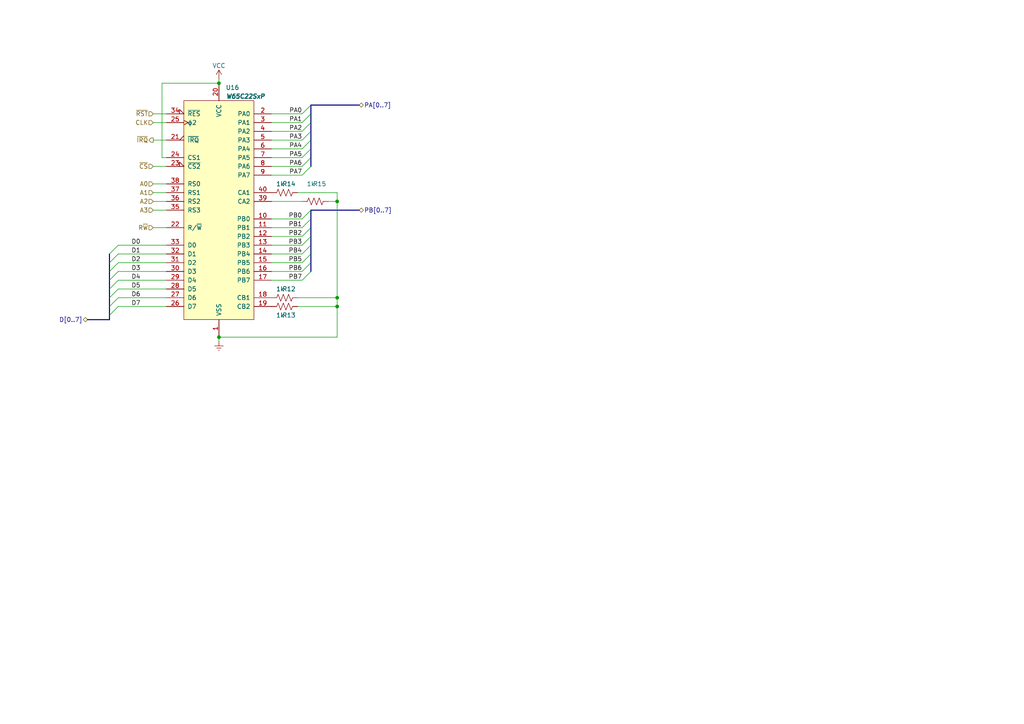
<source format=kicad_sch>
(kicad_sch (version 20230121) (generator eeschema)
  (paper "A4")
  (lib_symbols
    (symbol "65xx:W65C22SxP" (pin_names (offset 1.016))
      (property "Reference" "U" (at -10.16 33.02 0))
      (property "Value" "W65C22SxP" (at 0 0 90))
      (symbol "W65C22SxP_0_1"
        (rectangle (start -10.16 31.75) (end 10.16 -31.75) (fill (type background)))
      )
      (symbol "W65C22SxP_1_1"
        (pin power_in line (at 0 -36.83 90) (length 5.08) (name "VSS") (number "1"))
        (pin bidirectional line (at 15.24 -2.54 180) (length 5.08) (name "PB0") (number "10"))
        (pin bidirectional line (at 15.24 -5.08 180) (length 5.08) (name "PB1") (number "11"))
        (pin bidirectional line (at 15.24 -7.62 180) (length 5.08) (name "PB2") (number "12"))
        (pin bidirectional line (at 15.24 -10.16 180) (length 5.08) (name "PB3") (number "13"))
        (pin bidirectional line (at 15.24 -12.7 180) (length 5.08) (name "PB4") (number "14"))
        (pin bidirectional line (at 15.24 -15.24 180) (length 5.08) (name "PB5") (number "15"))
        (pin bidirectional line (at 15.24 -17.78 180) (length 5.08) (name "PB6") (number "16"))
        (pin bidirectional line (at 15.24 -20.32 180) (length 5.08) (name "PB7") (number "17"))
        (pin input line (at 15.24 -25.4 180) (length 5.08) (name "CB1") (number "18"))
        (pin bidirectional line (at 15.24 -27.94 180) (length 5.08) (name "CB2") (number "19"))
        (pin bidirectional line (at 15.24 27.94 180) (length 5.08) (name "PA0") (number "2"))
        (pin power_in line (at 0 36.83 270) (length 5.08) (name "VCC") (number "20"))
        (pin output output_low (at -15.24 20.32 0) (length 5.08) (name "~{IRQ}") (number "21"))
        (pin input line (at -15.24 -5.08 0) (length 5.08) (name "R/~{W}") (number "22"))
        (pin input input_low (at -15.24 12.7 0) (length 5.08) (name "~{CS2}") (number "23"))
        (pin input line (at -15.24 15.24 0) (length 5.08) (name "CS1") (number "24"))
        (pin input clock (at -15.24 25.4 0) (length 5.08) (name "ϕ2") (number "25"))
        (pin bidirectional line (at -15.24 -27.94 0) (length 5.08) (name "D7") (number "26"))
        (pin bidirectional line (at -15.24 -25.4 0) (length 5.08) (name "D6") (number "27"))
        (pin bidirectional line (at -15.24 -22.86 0) (length 5.08) (name "D5") (number "28"))
        (pin bidirectional line (at -15.24 -20.32 0) (length 5.08) (name "D4") (number "29"))
        (pin bidirectional line (at 15.24 25.4 180) (length 5.08) (name "PA1") (number "3"))
        (pin bidirectional line (at -15.24 -17.78 0) (length 5.08) (name "D3") (number "30"))
        (pin bidirectional line (at -15.24 -15.24 0) (length 5.08) (name "D2") (number "31"))
        (pin bidirectional line (at -15.24 -12.7 0) (length 5.08) (name "D1") (number "32"))
        (pin bidirectional line (at -15.24 -10.16 0) (length 5.08) (name "D0") (number "33"))
        (pin input input_low (at -15.24 27.94 0) (length 5.08) (name "~{RES}") (number "34"))
        (pin input line (at -15.24 0 0) (length 5.08) (name "RS3") (number "35"))
        (pin input line (at -15.24 2.54 0) (length 5.08) (name "RS2") (number "36"))
        (pin input line (at -15.24 5.08 0) (length 5.08) (name "RS1") (number "37"))
        (pin input line (at -15.24 7.62 0) (length 5.08) (name "RS0") (number "38"))
        (pin bidirectional line (at 15.24 2.54 180) (length 5.08) (name "CA2") (number "39"))
        (pin bidirectional line (at 15.24 22.86 180) (length 5.08) (name "PA2") (number "4"))
        (pin input line (at 15.24 5.08 180) (length 5.08) (name "CA1") (number "40"))
        (pin bidirectional line (at 15.24 20.32 180) (length 5.08) (name "PA3") (number "5"))
        (pin bidirectional line (at 15.24 17.78 180) (length 5.08) (name "PA4") (number "6"))
        (pin bidirectional line (at 15.24 15.24 180) (length 5.08) (name "PA5") (number "7"))
        (pin bidirectional line (at 15.24 12.7 180) (length 5.08) (name "PA6") (number "8"))
        (pin bidirectional line (at 15.24 10.16 180) (length 5.08) (name "PA7") (number "9"))
      )
    )
    (symbol "Device:R_US" (pin_numbers hide) (pin_names (offset 0))
      (property "Reference" "R" (at 2.54 0 90))
      (property "Value" "R_US" (at -2.54 0 90))
      (symbol "R_US_0_1"
        (polyline (pts (xy 0 -2.286) (xy 0 -2.54)))
        (polyline (pts (xy 0 2.286) (xy 0 2.54)))
        (polyline (pts (xy 0 -0.762) (xy 1.016 -1.143) (xy 0 -1.524) (xy -1.016 -1.905) (xy 0 -2.286)))
        (polyline (pts (xy 0 0.762) (xy 1.016 0.381) (xy 0 0) (xy -1.016 -0.381) (xy 0 -0.762)))
        (polyline (pts (xy 0 2.286) (xy 1.016 1.905) (xy 0 1.524) (xy -1.016 1.143) (xy 0 0.762)))
      )
      (symbol "R_US_1_1"
        (pin passive line (at 0 3.81 270) (length 1.27) (name "~") (number "1"))
        (pin passive line (at 0 -3.81 90) (length 1.27) (name "~") (number "2"))
      )
    )
    (symbol "power:Earth" (power) (pin_names (offset 0))
      (symbol "Earth_0_1"
        (polyline (pts (xy -0.635 -1.905) (xy 0.635 -1.905)))
        (polyline (pts (xy -0.127 -2.54) (xy 0.127 -2.54)))
        (polyline (pts (xy 0 -1.27) (xy 0 0)))
        (polyline (pts (xy 1.27 -1.27) (xy -1.27 -1.27)))
      )
      (symbol "Earth_1_1"
        (pin power_in line (at 0 0 270) (length 0) hide (name "Earth") (number "1"))
      )
    )
    (symbol "power:VCC" (power) (pin_names (offset 0))
      (property "Value" "VCC" (at 0 3.81 0))
      (symbol "VCC_0_1"
        (polyline (pts (xy -0.762 1.27) (xy 0 2.54)))
        (polyline (pts (xy 0 0) (xy 0 2.54)))
        (polyline (pts (xy 0 2.54) (xy 0.762 1.27)))
      )
      (symbol "VCC_1_1"
        (pin power_in line (at 0 0 90) (length 0) hide (name "VCC") (number "1"))
      )
    )
  )
  (junction (at 97.79 58.42))
  (junction (at 97.79 88.9))
  (junction (at 63.5 24.13))
  (junction (at 63.5 97.79))
  (junction (at 97.79 86.36))
  (bus_entry (at 90.17 43.18) (size -2.54 2.54))
  (bus_entry (at 90.17 40.64) (size -2.54 2.54))
  (bus_entry (at 90.17 48.26) (size -2.54 2.54))
  (bus_entry (at 31.75 76.2) (size 2.54 -2.54))
  (bus_entry (at 31.75 86.36) (size 2.54 -2.54))
  (bus_entry (at 31.75 73.66) (size 2.54 -2.54))
  (bus_entry (at 90.17 45.72) (size -2.54 2.54))
  (bus_entry (at 31.75 78.74) (size 2.54 -2.54))
  (bus_entry (at 31.75 88.9) (size 2.54 -2.54))
  (bus_entry (at 90.17 35.56) (size -2.54 2.54))
  (bus_entry (at 90.17 38.1) (size -2.54 2.54))
  (bus_entry (at 90.17 30.48) (size -2.54 2.54))
  (bus_entry (at 90.17 71.12) (size -2.54 2.54))
  (bus_entry (at 90.17 60.96) (size -2.54 2.54))
  (bus_entry (at 90.17 33.02) (size -2.54 2.54))
  (bus_entry (at 90.17 76.2) (size -2.54 2.54))
  (bus_entry (at 31.75 91.44) (size 2.54 -2.54))
  (bus_entry (at 90.17 68.58) (size -2.54 2.54))
  (bus_entry (at 90.17 66.04) (size -2.54 2.54))
  (bus_entry (at 90.17 78.74) (size -2.54 2.54))
  (bus_entry (at 31.75 81.28) (size 2.54 -2.54))
  (bus_entry (at 90.17 73.66) (size -2.54 2.54))
  (bus_entry (at 90.17 63.5) (size -2.54 2.54))
  (bus_entry (at 31.75 83.82) (size 2.54 -2.54))
  (bus (pts (xy 31.75 91.44) (xy 31.75 92.71)))
  (wire (pts (xy 46.99 24.13) (xy 63.5 24.13)))
  (wire (pts (xy 78.74 81.28) (xy 87.63 81.28)))
  (wire (pts (xy 78.74 50.8) (xy 87.63 50.8)))
  (bus (pts (xy 90.17 63.5) (xy 90.17 66.04)))
  (wire (pts (xy 78.74 66.04) (xy 87.63 66.04)))
  (wire (pts (xy 44.45 60.96) (xy 48.26 60.96)))
  (wire (pts (xy 78.74 71.12) (xy 87.63 71.12)))
  (wire (pts (xy 46.99 45.72) (xy 48.26 45.72)))
  (wire (pts (xy 44.45 40.64) (xy 48.26 40.64)))
  (bus (pts (xy 90.17 33.02) (xy 90.17 35.56)))
  (wire (pts (xy 44.45 48.26) (xy 48.26 48.26)))
  (wire (pts (xy 86.36 88.9) (xy 97.79 88.9)))
  (bus (pts (xy 90.17 38.1) (xy 90.17 40.64)))
  (bus (pts (xy 31.75 78.74) (xy 31.75 81.28)))
  (wire (pts (xy 46.99 24.13) (xy 46.99 45.72)))
  (bus (pts (xy 90.17 35.56) (xy 90.17 38.1)))
  (wire (pts (xy 78.74 68.58) (xy 87.63 68.58)))
  (wire (pts (xy 34.29 83.82) (xy 48.26 83.82)))
  (wire (pts (xy 78.74 35.56) (xy 87.63 35.56)))
  (wire (pts (xy 78.74 38.1) (xy 87.63 38.1)))
  (wire (pts (xy 86.36 55.88) (xy 97.79 55.88)))
  (wire (pts (xy 34.29 86.36) (xy 48.26 86.36)))
  (bus (pts (xy 90.17 71.12) (xy 90.17 73.66)))
  (wire (pts (xy 78.74 63.5) (xy 87.63 63.5)))
  (bus (pts (xy 31.75 73.66) (xy 31.75 76.2)))
  (wire (pts (xy 44.45 35.56) (xy 48.26 35.56)))
  (wire (pts (xy 97.79 88.9) (xy 97.79 97.79)))
  (bus (pts (xy 90.17 66.04) (xy 90.17 68.58)))
  (wire (pts (xy 78.74 40.64) (xy 87.63 40.64)))
  (bus (pts (xy 31.75 81.28) (xy 31.75 83.82)))
  (wire (pts (xy 78.74 76.2) (xy 87.63 76.2)))
  (wire (pts (xy 34.29 73.66) (xy 48.26 73.66)))
  (wire (pts (xy 34.29 88.9) (xy 48.26 88.9)))
  (wire (pts (xy 44.45 33.02) (xy 48.26 33.02)))
  (wire (pts (xy 97.79 86.36) (xy 86.36 86.36)))
  (wire (pts (xy 34.29 71.12) (xy 48.26 71.12)))
  (wire (pts (xy 78.74 73.66) (xy 87.63 73.66)))
  (bus (pts (xy 90.17 68.58) (xy 90.17 71.12)))
  (wire (pts (xy 78.74 33.02) (xy 87.63 33.02)))
  (bus (pts (xy 31.75 88.9) (xy 31.75 91.44)))
  (bus (pts (xy 90.17 73.66) (xy 90.17 76.2)))
  (wire (pts (xy 78.74 45.72) (xy 87.63 45.72)))
  (wire (pts (xy 78.74 78.74) (xy 87.63 78.74)))
  (wire (pts (xy 78.74 48.26) (xy 87.63 48.26)))
  (wire (pts (xy 44.45 66.04) (xy 48.26 66.04)))
  (wire (pts (xy 34.29 78.74) (xy 48.26 78.74)))
  (bus (pts (xy 104.14 60.96) (xy 90.17 60.96)))
  (bus (pts (xy 90.17 60.96) (xy 90.17 63.5)))
  (bus (pts (xy 25.4 92.71) (xy 31.75 92.71)))
  (wire (pts (xy 78.74 43.18) (xy 87.63 43.18)))
  (bus (pts (xy 90.17 30.48) (xy 90.17 33.02)))
  (bus (pts (xy 90.17 45.72) (xy 90.17 48.26)))
  (wire (pts (xy 97.79 97.79) (xy 63.5 97.79)))
  (wire (pts (xy 34.29 76.2) (xy 48.26 76.2)))
  (wire (pts (xy 63.5 24.13) (xy 63.5 22.86)))
  (bus (pts (xy 31.75 86.36) (xy 31.75 88.9)))
  (wire (pts (xy 34.29 81.28) (xy 48.26 81.28)))
  (wire (pts (xy 97.79 86.36) (xy 97.79 88.9)))
  (bus (pts (xy 31.75 83.82) (xy 31.75 86.36)))
  (wire (pts (xy 78.74 58.42) (xy 87.63 58.42)))
  (bus (pts (xy 31.75 76.2) (xy 31.75 78.74)))
  (wire (pts (xy 63.5 99.06) (xy 63.5 97.79)))
  (bus (pts (xy 90.17 40.64) (xy 90.17 43.18)))
  (bus (pts (xy 90.17 76.2) (xy 90.17 78.74)))
  (wire (pts (xy 97.79 55.88) (xy 97.79 58.42)))
  (wire (pts (xy 95.25 58.42) (xy 97.79 58.42)))
  (wire (pts (xy 44.45 55.88) (xy 48.26 55.88)))
  (wire (pts (xy 44.45 58.42) (xy 48.26 58.42)))
  (bus (pts (xy 90.17 43.18) (xy 90.17 45.72)))
  (wire (pts (xy 97.79 58.42) (xy 97.79 86.36)))
  (wire (pts (xy 44.45 53.34) (xy 48.26 53.34)))
  (bus (pts (xy 90.17 30.48) (xy 104.14 30.48)))
  (label "PB1" (at 87.63 66.04 180))
  (label "PA4" (at 87.63 43.18 180))
  (label "PA1" (at 87.63 35.56 180))
  (label "PA0" (at 87.63 33.02 180))
  (label "D1" (at 38.1 73.66 0))
  (label "D3" (at 38.1 78.74 0))
  (label "D0" (at 38.1 71.12 0))
  (label "D7" (at 38.1 88.9 0))
  (label "PA3" (at 87.63 40.64 180))
  (label "PA5" (at 87.63 45.72 180))
  (label "PB7" (at 87.63 81.28 180))
  (label "D5" (at 38.1 83.82 0))
  (label "D2" (at 38.1 76.2 0))
  (label "PB6" (at 87.63 78.74 180))
  (label "D4" (at 38.1 81.28 0))
  (label "PA6" (at 87.63 48.26 180))
  (label "PB0" (at 87.63 63.5 180))
  (label "PB5" (at 87.63 76.2 180))
  (label "PB2" (at 87.63 68.58 180))
  (label "PA7" (at 87.63 50.8 180))
  (label "D6" (at 38.1 86.36 0))
  (label "PB4" (at 87.63 73.66 180))
  (label "PB3" (at 87.63 71.12 180))
  (label "PA2" (at 87.63 38.1 180))
  (hierarchical_label "R~{W}" (shape input) (at 44.45 66.04 180))
  (hierarchical_label "PA[0..7]" (shape bidirectional) (at 104.14 30.48 0))
  (hierarchical_label "PB[0..7]" (shape bidirectional) (at 104.14 60.96 0))
  (hierarchical_label "CLK" (shape input) (at 44.45 35.56 180))
  (hierarchical_label "~{IRQ}" (shape output) (at 44.45 40.64 180))
  (hierarchical_label "A0" (shape input) (at 44.45 53.34 180))
  (hierarchical_label "~{RST}" (shape input) (at 44.45 33.02 180))
  (hierarchical_label "D[0..7]" (shape tri_state) (at 25.4 92.71 180))
  (hierarchical_label "~{CS}" (shape input) (at 44.45 48.26 180))
  (hierarchical_label "A3" (shape input) (at 44.45 60.96 180))
  (hierarchical_label "A2" (shape input) (at 44.45 58.42 180))
  (hierarchical_label "A1" (shape input) (at 44.45 55.88 180))
  (symbol (lib_id "65xx:W65C22SxP") (at 63.5 60.96 0) (unit 1)
    (property "Reference" "U16" (at 65.4559 25.4 0) (effects (justify left)))
    (property "Value" "W65C22SxP" (at 65.4559 27.94 0) (effects (font bold italic) (justify left)))
    (property "Footprint" "Package_DIP:DIP-40_W15.24mm" (effects hide))
    (property "Datasheet" "http://www.westerndesigncenter.com/wdc/documentation/w65c22.pdf" (effects hide))
    (instances (project "rod6502" (path "" (reference "U16") (unit 1)) (path "" (reference "U13") (unit 1))))
  )
  (symbol (lib_id "Device:R_US") (at 82.55 55.88 90) (unit 1)
    (property "Reference" "R14" (at 83.82 53.34 90))
    (property "Value" "1k" (at 81.28 53.34 90))
    (instances (project "rod6502" (path "" (reference "R14") (unit 1)) (path "" (reference "R3") (unit 1))))
  )
  (symbol (lib_id "power:VCC") (at 63.5 22.86 0) (unit 1)
    (property "Reference" "#PWR019" (effects hide))
    (property "Value" "+5V" (at 63.5 19.05 0))
    (instances (project "rod6502" (path "" (reference "#PWR019") (unit 1)) (path "" (reference "#PWR032") (unit 1))))
  )
  (symbol (lib_id "power:Earth") (at 63.5 99.06 0) (unit 1)
    (property "Reference" "#PWR020" (effects hide))
    (property "Value" "Earth" (effects hide))
    (instances (project "rod6502" (path "" (reference "#PWR020") (unit 1)) (path "" (reference "#PWR033") (unit 1))))
  )
  (symbol (lib_id "Device:R_US") (at 82.55 86.36 90) (unit 1)
    (property "Reference" "R12" (at 83.82 83.82 90))
    (property "Value" "1k" (at 81.28 83.82 90))
    (instances (project "rod6502" (path "" (reference "R12") (unit 1)) (path "" (reference "R5") (unit 1))))
  )
  (symbol (lib_id "Device:R_US") (at 82.55 88.9 90) (unit 1)
    (property "Reference" "R13" (at 83.82 91.44 90))
    (property "Value" "1k" (at 81.28 91.44 90))
    (instances (project "rod6502" (path "" (reference "R13") (unit 1)) (path "" (reference "R6") (unit 1))))
  )
  (symbol (lib_id "Device:R_US") (at 91.44 58.42 90) (unit 1)
    (property "Reference" "R15" (at 92.71 53.34 90))
    (property "Value" "1k" (at 90.17 53.34 90))
    (instances (project "rod6502" (path "" (reference "R15") (unit 1)) (path "" (reference "R4") (unit 1))))
  )
)
</source>
